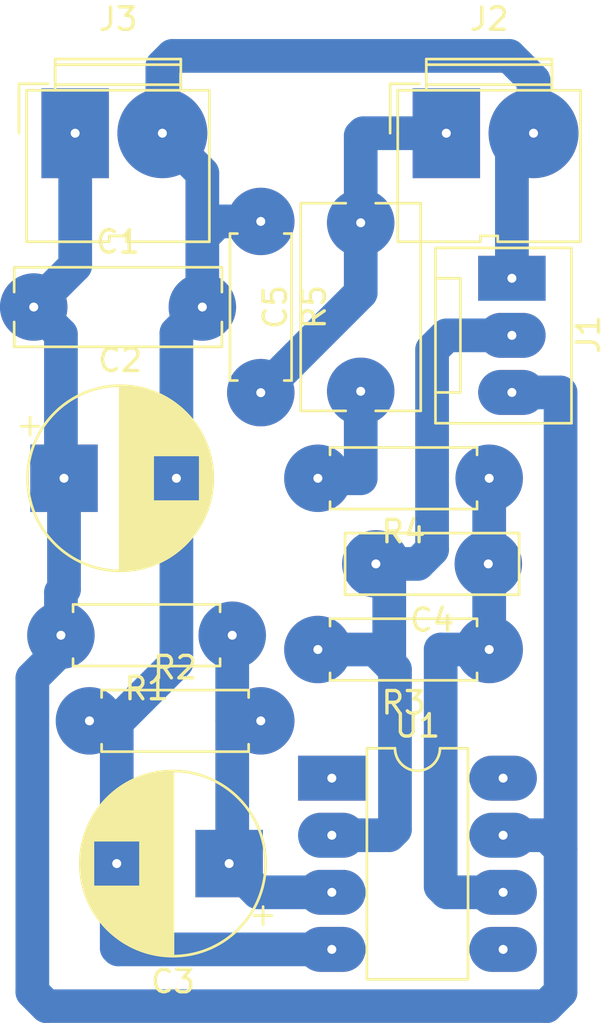
<source format=kicad_pcb>
(kicad_pcb (version 20211014) (generator pcbnew)
  (layers (0 "F.Cu" signal) (31 "B.Cu" signal) (34 "B.Paste" user) (35 "F.Paste" user) (36 "B.SilkS" user "B.Silkscreen") (37 "F.SilkS" user "F.Silkscreen") (38 "B.Mask" user) (39 "F.Mask" user) (44 "Edge.Cuts" user))
  (net 0 "")
  (net 1 "+9V")
  (net 2 "GND")
  (net 3 "Net-(C3-Pad1)")
  (net 4 "Net-(C4-Pad1)")
  (net 5 "Net-(C4-Pad2)")
  (net 6 "Net-(C5-Pad1)")
  (net 7 "Net-(C5-Pad2)")
  (footprint "Resistor_THT:R_Axial_DIN0207_L6.3mm_D2.5mm_P7.62mm_Horizontal" (layer "F.Cu") (at 216.535 68.58 180)
    (fp_text reference "R3" (at 3.81 -2.37) (layer "F.SilkS"))
    (fp_text value "47k")
    (fp_line (start 0.54 -1.37) (end 7.08 -1.37) (layer "F.SilkS") (width 0.12))
    (fp_line (start 0.54 1.37) (end 7.08 1.37) (layer "F.SilkS") (width 0.12))
    (fp_line (start 7.08 1.37) (end 7.08 1.04) (layer "F.SilkS") (width 0.12))
    (fp_line (start 0.54 1.04) (end 0.54 1.37) (layer "F.SilkS") (width 0.12))
    (fp_line (start 7.08 -1.37) (end 7.08 -1.04) (layer "F.SilkS") (width 0.12))
    (fp_line (start 0.54 -1.04) (end 0.54 -1.37) (layer "F.SilkS") (width 0.12))
    (pad "1" thru_hole circle (at 0 0 180) (size 3 3) (drill 0.4) (layers *.Cu *.Mask) (net 4 "Net-(C4-Pad1)"))
    (pad "2" thru_hole circle (at 7.62 0 180) (size 3 3) (drill 0.4) (layers *.Cu *.Mask) (net 5 "Net-(C4-Pad2)"))
  )
  (footprint "Package_DIP:DIP-8_W7.62mm_LongPads" (layer "F.Cu") (at 209.535 74.305)
    (fp_text reference "U1" (at 3.81 -2.33) (layer "F.SilkS"))
    (fp_text value "TL071")
    (fp_line (start 1.56 -1.33) (end 1.56 8.95) (layer "F.SilkS") (width 0.12))
    (fp_line (start 2.81 -1.33) (end 1.56 -1.33) (layer "F.SilkS") (width 0.12))
    (fp_line (start 6.06 8.95) (end 6.06 -1.33) (layer "F.SilkS") (width 0.12))
    (fp_line (start 6.06 -1.33) (end 4.81 -1.33) (layer "F.SilkS") (width 0.12))
    (fp_line (start 1.56 8.95) (end 6.06 8.95) (layer "F.SilkS") (width 0.12))
    (fp_arc (start 4.81 -1.33) (mid 3.81 -0.33) (end 2.81 -1.33) (layer "F.SilkS") (width 0.12))
    (pad "1" thru_hole rect (at 0 0) (size 3 2) (drill 0.4) (layers *.Cu *.Mask))
    (pad "2" thru_hole oval (at 0 2.54) (size 3 2) (drill 0.4) (layers *.Cu *.Mask) (net 5 "Net-(C4-Pad2)"))
    (pad "3" thru_hole oval (at 0 5.08) (size 3 2) (drill 0.4) (layers *.Cu *.Mask) (net 3 "Net-(C3-Pad1)"))
    (pad "4" thru_hole oval (at 0 7.62) (size 3 2) (drill 0.4) (layers *.Cu *.Mask) (net 2 "GND"))
    (pad "5" thru_hole oval (at 7.62 7.62) (size 3 2) (drill 0.4) (layers *.Cu *.Mask))
    (pad "6" thru_hole oval (at 7.62 5.08) (size 3 2) (drill 0.4) (layers *.Cu *.Mask) (net 4 "Net-(C4-Pad1)"))
    (pad "7" thru_hole oval (at 7.62 2.54) (size 3 2) (drill 0.4) (layers *.Cu *.Mask) (net 1 "+9V"))
    (pad "8" thru_hole oval (at 7.62 0) (size 3 2) (drill 0.4) (layers *.Cu *.Mask))
  )
  (footprint "Resistor_THT:R_Axial_DIN0207_L6.3mm_D2.5mm_P7.62mm_Horizontal" (layer "F.Cu") (at 216.535 60.96 180)
    (fp_text reference "R4" (at 3.81 -2.37) (layer "F.SilkS"))
    (fp_text value "49R")
    (fp_line (start 0.54 1.37) (end 7.08 1.37) (layer "F.SilkS") (width 0.12))
    (fp_line (start 7.08 -1.37) (end 7.08 -1.04) (layer "F.SilkS") (width 0.12))
    (fp_line (start 0.54 1.04) (end 0.54 1.37) (layer "F.SilkS") (width 0.12))
    (fp_line (start 7.08 1.37) (end 7.08 1.04) (layer "F.SilkS") (width 0.12))
    (fp_line (start 0.54 -1.37) (end 7.08 -1.37) (layer "F.SilkS") (width 0.12))
    (fp_line (start 0.54 -1.04) (end 0.54 -1.37) (layer "F.SilkS") (width 0.12))
    (pad "1" thru_hole circle (at 0 0 180) (size 3 3) (drill 0.4) (layers *.Cu *.Mask) (net 4 "Net-(C4-Pad1)"))
    (pad "2" thru_hole circle (at 7.62 0 180) (size 3 3) (drill 0.4) (layers *.Cu *.Mask) (net 6 "Net-(C5-Pad1)"))
  )
  (footprint "Connector:JWT_A3963_1x02_P3.96mm_Vertical" (layer "F.Cu") (at 198.1175 45.605)
    (fp_text reference "J3" (at 1.91 -5.08) (layer "F.SilkS"))
    (fp_text value "alim")
    (fp_line (start -1.2 -2.2) (end -2.5 -2.2) (layer "F.SilkS") (width 0.12))
    (fp_line (start 1.52 4.83) (end -2.16 4.83) (layer "F.SilkS") (width 0.12))
    (fp_line (start -0.89 -3.3) (end 4.7 -3.3) (layer "F.SilkS") (width 0.12))
    (fp_line (start 2.29 4.83) (end 5.97 4.83) (layer "F.SilkS") (width 0.12))
    (fp_line (start -2.16 -1.91) (end 5.97 -1.91) (layer "F.SilkS") (width 0.12))
    (fp_line (start -0.89 -1.91) (end -0.89 -3.3) (layer "F.SilkS") (width 0.12))
    (fp_line (start -2.16 0) (end -2.16 4.83) (layer "F.SilkS") (width 0.12))
    (fp_line (start -0.89 -3.05) (end 4.7 -3.05) (layer "F.SilkS") (width 0.12))
    (fp_line (start 1.52 4.83) (end 1.52 4.57) (layer "F.SilkS") (width 0.12))
    (fp_line (start -2.5 -2.2) (end -2.5 0) (layer "F.SilkS") (width 0.12))
    (fp_line (start 2.29 4.57) (end 2.29 4.83) (layer "F.SilkS") (width 0.12))
    (fp_line (start 5.97 -1.91) (end 5.97 0) (layer "F.SilkS") (width 0.12))
    (fp_line (start -0.89 -2.16) (end 4.7 -2.16) (layer "F.SilkS") (width 0.12))
    (fp_line (start 4.7 -1.91) (end 4.7 -3.3) (layer "F.SilkS") (width 0.12))
    (fp_line (start 5.97 4.83) (end 5.97 0) (layer "F.SilkS") (width 0.12))
    (fp_line (start 1.52 4.57) (end 2.29 4.57) (layer "F.SilkS") (width 0.12))
    (fp_line (start -2.16 -1.91) (end -2.16 0) (layer "F.SilkS") (width 0.12))
    (pad "1" thru_hole rect (at 0 0) (size 3 4) (drill 0.4) (layers *.Cu *.Mask) (net 1 "+9V"))
    (pad "2" thru_hole circle (at 3.88 0) (size 4 4) (drill 0.4) (layers *.Cu *.Mask) (net 2 "GND"))
  )
  (footprint "Capacitor_THT:CP_Radial_D8.0mm_P5.00mm" (layer "F.Cu") (at 197.622349 60.96)
    (fp_text reference "C2" (at 2.5 -5.25) (layer "F.SilkS"))
    (fp_text value "3.3-10uF")
    (fp_line (start 3.02 -4.048) (end 3.02 4.048) (layer "F.SilkS") (width 0.12))
    (fp_line (start 4.821 1.04) (end 4.821 3.365) (layer "F.SilkS") (width 0.12))
    (fp_line (start 5.941 -2.228) (end 5.941 -1.04) (layer "F.SilkS") (width 0.12))
    (fp_line (start 4.581 -3.517) (end 4.581 -1.04) (layer "F.SilkS") (width 0.12))
    (fp_line (start 4.701 1.04) (end 4.701 3.444) (layer "F.SilkS") (width 0.12))
    (fp_line (start 4.101 -3.757) (end 4.101 -1.04) (layer "F.SilkS") (width 0.12))
    (fp_line (start 5.381 1.04) (end 5.381 2.907) (layer "F.SilkS") (width 0.12))
    (fp_line (start 3.1 -4.037) (end 3.1 4.037) (layer "F.SilkS") (width 0.12))
    (fp_line (start 6.541 -0.768) (end 6.541 0.768) (layer "F.SilkS") (width 0.12))
    (fp_line (start 4.621 1.04) (end 4.621 3.493) (layer "F.SilkS") (width 0.12))
    (fp_line (start 5.021 1.04) (end 5.021 3.22) (layer "F.SilkS") (width 0.12))
    (fp_line (start 5.621 -2.651) (end 5.621 -1.04) (layer "F.SilkS") (width 0.12))
    (fp_line (start 5.181 1.04) (end 5.181 3.09) (layer "F.SilkS") (width 0.12))
    (fp_line (start 5.261 -3.019) (end 5.261 -1.04) (layer "F.SilkS") (width 0.12))
    (fp_line (start 4.141 1.04) (end 4.141 3.74) (layer "F.SilkS") (width 0.12))
    (fp_line (start 5.541 -2.741) (end 5.541 -1.04) (layer "F.SilkS") (width 0.12))
    (fp_line (start 4.221 1.04) (end 4.221 3.704) (layer "F.SilkS") (width 0.12))
    (fp_line (start 5.261 1.04) (end 5.261 3.019) (layer "F.SilkS") (width 0.12))
    (fp_line (start 4.061 1.04) (end 4.061 3.774) (layer "F.SilkS") (width 0.12))
    (fp_line (start 4.461 1.04) (end 4.461 3.584) (layer "F.SilkS") (width 0.12))
    (fp_line (start 4.981 -3.25) (end 4.981 -1.04) (layer "F.SilkS") (width 0.12))
    (fp_line (start 6.061 -2.034) (end 6.061 2.034) (layer "F.SilkS") (width 0.12))
    (fp_line (start 4.861 -3.338) (end 4.861 -1.04) (layer "F.SilkS") (width 0.12))
    (fp_line (start 6.181 -1.813) (end 6.181 1.813) (layer "F.SilkS") (width 0.12))
    (fp_line (start 4.781 -3.392) (end 4.781 -1.04) (layer "F.SilkS") (width 0.12))
    (fp_line (start 3.221 -4.017) (end 3.221 4.017) (layer "F.SilkS") (width 0.12))
    (fp_line (start 4.661 1.04) (end 4.661 3.469) (layer "F.SilkS") (width 0.12))
    (fp_line (start 4.141 -3.74) (end 4.141 -1.04) (layer "F.SilkS") (width 0.12))
    (fp_line (start 3.501 -3.957) (end 3.501 3.957) (layer "F.SilkS") (width 0.12))
    (fp_line (start 2.62 -4.079) (end 2.62 4.079) (layer "F.SilkS") (width 0.12))
    (fp_line (start 4.101 1.04) (end 4.101 3.757) (layer "F.SilkS") (width 0.12))
    (fp_line (start 5.541 1.04) (end 5.541 2.741) (layer "F.SilkS") (width 0.12))
    (fp_line (start 3.981 1.04) (end 3.981 3.805) (layer "F.SilkS") (width 0.12))
    (fp_line (start 4.781 1.04) (end 4.781 3.392) (layer "F.SilkS") (width 0.12))
    (fp_line (start 5.581 1.04) (end 5.581 2.697) (layer "F.SilkS") (width 0.12))
    (fp_line (start 2.9 -4.061) (end 2.9 4.061) (layer "F.SilkS") (width 0.12))
    (fp_line (start 3.381 -3.985) (end 3.381 3.985) (layer "F.SilkS") (width 0.12))
    (fp_line (start 6.581 -0.533) (end 6.581 0.533) (layer "F.SilkS") (width 0.12))
    (fp_line (start 3.301 -4.002) (end 3.301 4.002) (layer "F.SilkS") (width 0.12))
    (fp_line (start 5.341 1.04) (end 5.341 2.945) (layer "F.SilkS") (width 0.12))
    (fp_line (start 4.541 1.04) (end 4.541 3.54) (layer "F.SilkS") (width 0.12))
    (fp_line (start 4.701 -3.444) (end 4.701 -1.04) (layer "F.SilkS") (width 0.12))
    (fp_line (start 5.821 -2.4) (end 5.821 -1.04) (layer "F.SilkS") (width 0.12))
    (fp_line (start 4.181 1.04) (end 4.181 3.722) (layer "F.SilkS") (width 0.12))
    (fp_line (start 5.221 1.04) (end 5.221 3.055) (layer "F.SilkS") (width 0.12))
    (fp_line (start 4.901 -3.309) (end 4.901 -1.04) (layer "F.SilkS") (width 0.12))
    (fp_line (start 4.181 -3.722) (end 4.181 -1.04) (layer "F.SilkS") (width 0.12))
    (fp_line (start 5.821 1.04) (end 5.821 2.4) (layer "F.SilkS") (width 0.12))
    (fp_line (start 2.86 -4.065) (end 2.86 4.065) (layer "F.SilkS") (width 0.12))
    (fp_line (start 4.301 1.04) (end 4.301 3.666) (layer "F.SilkS") (width 0.12))
    (fp_line (start 4.261 1.04) (end 4.261 3.686) (layer "F.SilkS") (width 0.12))
    (fp_line (start 3.861 -3.85) (end 3.861 3.85) (layer "F.SilkS") (width 0.12))
    (fp_line (start 5.861 -2.345) (end 5.861 -1.04) (layer "F.SilkS") (width 0.12))
    (fp_line (start 3.261 -4.01) (end 3.261 4.01) (layer "F.SilkS") (width 0.12))
    (fp_line (start 3.461 -3.967) (end 3.461 3.967) (layer "F.SilkS") (width 0.12))
    (fp_line (start 5.741 1.04) (end 5.741 2.505) (layer "F.SilkS") (width 0.12))
    (fp_line (start 5.461 1.04) (end 5.461 2.826) (layer "F.SilkS") (width 0.12))
    (fp_line (start 6.341 -1.453) (end 6.341 1.453) (layer "F.SilkS") (width 0.12))
    (fp_line (start 6.301 -1.552) (end 6.301 1.552) (layer "F.SilkS") (width 0.12))
    (fp_line (start 5.461 -2.826) (end 5.461 -1.04) (layer "F.SilkS") (width 0.12))
    (fp_line (start 3.901 -3.835) (end 3.901 3.835) (layer "F.SilkS") (width 0.12))
    (fp_line (start 3.541 -3.947) (end 3.541 3.947) (layer "F.SilkS") (width 0.12))
    (fp_line (start 5.501 -2.784) (end 5.501 -1.04) (layer "F.SilkS") (width 0.12))
    (fp_line (start 5.781 1.04) (end 5.781 2.454) (layer "F.SilkS") (width 0.12))
    (fp_line (start 3.581 -3.936) (end 3.581 3.936) (layer "F.SilkS") (width 0.12))
    (fp_line (start 2.54 -4.08) (end 2.54 4.08) (layer "F.SilkS") (width 0.12))
    (fp_line (start 5.901 1.04) (end 5.901 2.287) (layer "F.SilkS") (width 0.12))
    (fp_line (start 3.421 -3.976) (end 3.421 3.976) (layer "F.SilkS") (width 0.12))
    (fp_line (start 4.421 -3.606) (end 4.421 -1.04) (layer "F.SilkS") (width 0.12))
    (fp_line (start 5.301 1.04) (end 5.301 2.983) (layer "F.SilkS") (width 0.12))
    (fp_line (start 3.06 -4.042) (end 3.06 4.042) (layer "F.SilkS") (width 0.12))
    (fp_line (start 4.941 -3.28) (end 4.941 -1.04) (layer "F.SilkS") (width 0.12))
    (fp_line (start 5.981 -2.166) (end 5.981 -1.04) (layer "F.SilkS") (width 0.12))
    (fp_line (start 3.621 -3.925) (end 3.621 3.925) (layer "F.SilkS") (width 0.12))
    (fp_line (start 3.981 -3.805) (end 3.981 -1.04) (layer "F.SilkS") (width 0.12))
    (fp_line (start 6.101 -1.964) (end 6.101 1.964) (layer "F.SilkS") (width 0.12))
    (fp_line (start 4.941 1.04) (end 4.941 3.28) (layer "F.SilkS") (width 0.12))
    (fp_line (start 5.741 -2.505) (end 5.741 -1.04) (layer "F.SilkS") (width 0.12))
    (fp_line (start -1.909698 -2.315) (end -1.109698 -2.315) (layer "F.SilkS") (width 0.12))
    (fp_line (start 5.221 -3.055) (end 5.221 -1.04) (layer "F.SilkS") (width 0.12))
    (fp_line (start 3.741 -3.889) (end 3.741 3.889) (layer "F.SilkS") (width 0.12))
    (fp_line (start 4.821 -3.365) (end 4.821 -1.04) (layer "F.SilkS") (width 0.12))
    (fp_line (start 5.501 1.04) (end 5.501 2.784) (layer "F.SilkS") (width 0.12))
    (fp_line (start 4.501 -3.562) (end 4.501 -1.04) (layer "F.SilkS") (width 0.12))
    (fp_line (start 5.341 -2.945) (end 5.341 -1.04) (layer "F.SilkS") (width 0.12))
    (fp_line (start 5.101 -3.156) (end 5.101 -1.04) (layer "F.SilkS") (width 0.12))
    (fp_line (start 3.18 -4.024) (end 3.18 4.024) (layer "F.SilkS") (width 0.12))
    (fp_line (start 2.94 -4.057) (end 2.94 4.057) (layer "F.SilkS") (width 0.12))
    (fp_line (start 6.141 -1.89) (end 6.141 1.89) (layer "F.SilkS") (width 0.12))
    (fp_line (start 3.701 -3.902) (end 3.701 3.902) (layer "F.SilkS") (width 0.12))
    (fp_line (start 2.7 -4.076) (end 2.7 4.076) (layer "F.SilkS") (width 0.12))
    (fp_line (start 4.741 -3.418) (end 4.741 -1.04) (layer "F.SilkS") (width 0.12))
    (fp_line (start 2.58 -4.08) (end 2.58 4.08) (layer "F.SilkS") (width 0.12))
    (fp_line (start 4.621 -3.493) (end 4.621 -1.04) (layer "F.SilkS") (width 0.12))
    (fp_line (start 5.141 -3.124) (end 5.141 -1.04) (layer "F.SilkS") (width 0.12))
    (fp_line (start 3.661 -3.914) (end 3.661 3.914) (layer "F.SilkS") (width 0.12))
    (fp_line (start 5.101 1.04) (end 5.101 3.156) (layer "F.SilkS") (width 0.12))
    (fp_line (start 5.581 -2.697) (end 5.581 -1.04) (layer "F.SilkS") (width 0.12))
    (fp_line (start 5.141 1.04) (end 5.141 3.124) (layer "F.SilkS") (width 0.12))
    (fp_line (start 4.021 1.04) (end 4.021 3.79) (layer "F.SilkS") (width 0.12))
    (fp_line (start 6.461 -1.098) (end 6.461 1.098) (layer "F.SilkS") (width 0.12))
    (fp_line (start 4.341 -3.647) (end 4.341 -1.04) (layer "F.SilkS") (width 0.12))
    (fp_line (start 4.661 -3.469) (end 4.661 -1.04) (layer "F.SilkS") (width 0.12))
    (fp_line (start 4.381 1.04) (end 4.381 3.627) (layer "F.SilkS") (width 0.12))
    (fp_line (start 5.301 -2.983) (end 5.301 -1.04) (layer "F.SilkS") (width 0.12))
    (fp_line (start 4.021 -3.79) (end 4.021 -1.04) (layer "F.SilkS") (width 0.12))
    (fp_line (start 5.421 -2.867) (end 5.421 -1.04) (layer "F.SilkS") (width 0.12))
    (fp_line (start 6.021 -2.102) (end 6.021 -1.04) (layer "F.SilkS") (width 0.12))
    (fp_line (start 4.981 1.04) (end 4.981 3.25) (layer "F.SilkS") (width 0.12))
    (fp_line (start 5.861 1.04) (end 5.861 2.345) (layer "F.SilkS") (width 0.12))
    (fp_line (start 6.021 1.04) (end 6.021 2.102) (layer "F.SilkS") (width 0.12))
    (fp_line (start 5.181 -3.09) (end 5.181 -1.04) (layer "F.SilkS") (width 0.12))
    (fp_line (start 5.661 -2.604) (end 5.661 -1.04) (layer "F.SilkS") (width 0.12))
    (fp_line (start 4.581 1.04) (end 4.581 3.517) (layer "F.SilkS") (width 0.12))
    (fp_line (start 4.461 -3.584) (end 4.461 -1.04) (layer "F.SilkS") (width 0.12))
    (fp_line (start 2.66 -4.077) (end 2.66 4.077) (layer "F.SilkS") (width 0.12))
    (fp_line (start -1.509698 -2.715) (end -1.509698 -1.915) (layer "F.SilkS") (width 0.12))
    (fp_line (start 4.421 1.04) (end 4.421 3.606) (layer "F.SilkS") (width 0.12))
    (fp_line (start 5.901 -2.287) (end 5.901 -1.04) (layer "F.SilkS") (width 0.12))
    (fp_line (start 4.901 1.04) (end 4.901 3.309) (layer "F.SilkS") (width 0.12))
    (fp_line (start 2.78 -4.071) (end 2.78 4.071) (layer "F.SilkS") (width 0.12))
    (fp_line (start 3.781 -3.877) (end 3.781 3.877) (layer "F.SilkS") (width 0.12))
    (fp_line (start 5.621 1.04) (end 5.621 2.651) (layer "F.SilkS") (width 0.12))
    (fp_line (start 4.501 1.04) (end 4.501 3.562) (layer "F.SilkS") (width 0.12))
    (fp_line (start 2.98 -4.052) (end 2.98 4.052) (layer "F.SilkS") (width 0.12))
    (fp_line (start 6.421 -1.229) (end 6.421 1.229) (layer "F.SilkS") (width 0.12))
    (fp_line (start 5.701 -2.556) (end 5.701 -1.04) (layer "F.SilkS") (width 0.12))
    (fp_line (start 4.861 1.04) (end 4.861 3.338) (layer "F.SilkS") (width 0.12))
    (fp_line (start 4.261 -3.686) (end 4.261 -1.04) (layer "F.SilkS") (width 0.12))
    (fp_line (start 6.501 -0.948) (end 6.501 0.948) (layer "F.SilkS") (width 0.12))
    (fp_line (start 4.221 -3.704) (end 4.221 -1.04) (layer "F.SilkS") (width 0.12))
    (fp_line (start 3.821 -3.863) (end 3.821 3.863) (layer "F.SilkS") (width 0.12))
    (fp_line (start 4.381 -3.627) (end 4.381 -1.04) (layer "F.SilkS") (width 0.12))
    (fp_line (start 5.061 -3.189) (end 5.061 -1.04) (layer "F.SilkS") (width 0.12))
    (fp_line (start 2.5 -4.08) (end 2.5 4.08) (layer "F.SilkS") (width 0.12))
    (fp_line (start 5.661 1.04) (end 5.661 2.604) (layer "F.SilkS") (width 0.12))
    (fp_line (start 4.341 1.04) (end 4.341 3.647) (layer "F.SilkS") (width 0.12))
    (fp_line (start 5.381 -2.907) (end 5.381 -1.04) (layer "F.SilkS") (width 0.12))
    (fp_line (start 3.941 -3.821) (end 3.941 3.821) (layer "F.SilkS") (width 0.12))
    (fp_line (start 4.541 -3.54) (end 4.541 -1.04) (layer "F.SilkS") (width 0.12))
    (fp_line (start 6.381 -1.346) (end 6.381 1.346) (layer "F.SilkS") (width 0.12))
    (fp_line (start 2.74 -4.074) (end 2.74 4.074) (layer "F.SilkS") (width 0.12))
    (fp_line (start 6.261 -1.645) (end 6.261 1.645) (layer "F.SilkS") (width 0.12))
    (fp_line (start 4.061 -3.774) (end 4.061 -1.04) (layer "F.SilkS") (width 0.12))
    (fp_line (start 5.421 1.04) (end 5.421 2.867) (layer "F.SilkS") (width 0.12))
    (fp_line (start 4.301 -3.666) (end 4.301 -1.04) (layer "F.SilkS") (width 0.12))
    (fp_line (start 4.741 1.04) (end 4.741 3.418) (layer "F.SilkS") (width 0.12))
    (fp_line (start 5.021 -3.22) (end 5.021 -1.04) (layer "F.SilkS") (width 0.12))
    (fp_line (start 6.221 -1.731) (end 6.221 1.731) (layer "F.SilkS") (width 0.12))
    (fp_line (start 3.14 -4.03) (end 3.14 4.03) (layer "F.SilkS") (width 0.12))
    (fp_line (start 5.701 1.04) (end 5.701 2.556) (layer "F.SilkS") (width 0.12))
    (fp_line (start 2.82 -4.068) (end 2.82 4.068) (layer "F.SilkS") (width 0.12))
    (fp_line (start 3.341 -3.994) (end 3.341 3.994) (layer "F.SilkS") (width 0.12))
    (fp_line (start 5.061 1.04) (end 5.061 3.189) (layer "F.SilkS") (width 0.12))
    (fp_line (start 5.941 1.04) (end 5.941 2.228) (layer "F.SilkS") (width 0.12))
    (fp_line (start 5.981 1.04) (end 5.981 2.166) (layer "F.SilkS") (width 0.12))
    (fp_line (start 5.781 -2.454) (end 5.781 -1.04) (layer "F.SilkS") (width 0.12))
    (fp_circle (center 2.5 0) (end 6.62 0) (layer "F.SilkS") (width 0.12) (fill none))
    (pad "1" thru_hole rect (at 0 0) (size 3 3) (drill 0.4) (layers *.Cu *.Mask) (net 1 "+9V"))
    (pad "2" thru_hole circle (at 5 0) (size 3 3) (drill 0.4) (layers *.Cu *.Mask) (net 2 "GND"))
  )
  (footprint "Capacitor_THT:CP_Radial_D8.0mm_P5.00mm" (layer "F.Cu") (at 204.967651 78.105 180)
    (fp_text reference "C3" (at 2.5 -5.25) (layer "F.SilkS"))
    (fp_text value "3.3-10uF")
    (fp_line (start 5.101 -3.156) (end 5.101 -1.04) (layer "F.SilkS") (width 0.12))
    (fp_line (start 5.221 1.04) (end 5.221 3.055) (layer "F.SilkS") (width 0.12))
    (fp_line (start 4.741 1.04) (end 4.741 3.418) (layer "F.SilkS") (width 0.12))
    (fp_line (start 5.341 1.04) (end 5.341 2.945) (layer "F.SilkS") (width 0.12))
    (fp_line (start 5.741 1.04) (end 5.741 2.505) (layer "F.SilkS") (width 0.12))
    (fp_line (start 4.701 1.04) (end 4.701 3.444) (layer "F.SilkS") (width 0.12))
    (fp_line (start 3.821 -3.863) (end 3.821 3.863) (layer "F.SilkS") (width 0.12))
    (fp_line (start 5.261 -3.019) (end 5.261 -1.04) (layer "F.SilkS") (width 0.12))
    (fp_line (start 2.94 -4.057) (end 2.94 4.057) (layer "F.SilkS") (width 0.12))
    (fp_line (start 4.221 -3.704) (end 4.221 -1.04) (layer "F.SilkS") (width 0.12))
    (fp_line (start 3.661 -3.914) (end 3.661 3.914) (layer "F.SilkS") (width 0.12))
    (fp_line (start 2.5 -4.08) (end 2.5 4.08) (layer "F.SilkS") (width 0.12))
    (fp_line (start 4.581 1.04) (end 4.581 3.517) (layer "F.SilkS") (width 0.12))
    (fp_line (start 5.981 1.04) (end 5.981 2.166) (layer "F.SilkS") (width 0.12))
    (fp_line (start 5.221 -3.055) (end 5.221 -1.04) (layer "F.SilkS") (width 0.12))
    (fp_line (start 5.541 1.04) (end 5.541 2.741) (layer "F.SilkS") (width 0.12))
    (fp_line (start 5.981 -2.166) (end 5.981 -1.04) (layer "F.SilkS") (width 0.12))
    (fp_line (start 2.54 -4.08) (end 2.54 4.08) (layer "F.SilkS") (width 0.12))
    (fp_line (start 6.421 -1.229) (end 6.421 1.229) (layer "F.SilkS") (width 0.12))
    (fp_line (start 4.781 -3.392) (end 4.781 -1.04) (layer "F.SilkS") (width 0.12))
    (fp_line (start 4.021 1.04) (end 4.021 3.79) (layer "F.SilkS") (width 0.12))
    (fp_line (start 4.061 1.04) (end 4.061 3.774) (layer "F.SilkS") (width 0.12))
    (fp_line (start 4.501 -3.562) (end 4.501 -1.04) (layer "F.SilkS") (width 0.12))
    (fp_line (start 6.501 -0.948) (end 6.501 0.948) (layer "F.SilkS") (width 0.12))
    (fp_line (start 3.581 -3.936) (end 3.581 3.936) (layer "F.SilkS") (width 0.12))
    (fp_line (start 3.541 -3.947) (end 3.541 3.947) (layer "F.SilkS") (width 0.12))
    (fp_line (start 2.62 -4.079) (end 2.62 4.079) (layer "F.SilkS") (width 0.12))
    (fp_line (start 2.9 -4.061) (end 2.9 4.061) (layer "F.SilkS") (width 0.12))
    (fp_line (start 4.141 -3.74) (end 4.141 -1.04) (layer "F.SilkS") (width 0.12))
    (fp_line (start 4.061 -3.774) (end 4.061 -1.04) (layer "F.SilkS") (width 0.12))
    (fp_line (start 4.461 -3.584) (end 4.461 -1.04) (layer "F.SilkS") (width 0.12))
    (fp_line (start 5.861 1.04) (end 5.861 2.345) (layer "F.SilkS") (width 0.12))
    (fp_line (start 5.941 -2.228) (end 5.941 -1.04) (layer "F.SilkS") (width 0.12))
    (fp_line (start 4.181 1.04) (end 4.181 3.722) (layer "F.SilkS") (width 0.12))
    (fp_line (start 4.341 1.04) (end 4.341 3.647) (layer "F.SilkS") (width 0.12))
    (fp_line (start 3.501 -3.957) (end 3.501 3.957) (layer "F.SilkS") (width 0.12))
    (fp_line (start 5.061 1.04) (end 5.061 3.189) (layer "F.SilkS") (width 0.12))
    (fp_line (start 5.141 -3.124) (end 5.141 -1.04) (layer "F.SilkS") (width 0.12))
    (fp_line (start 4.821 1.04) (end 4.821 3.365) (layer "F.SilkS") (width 0.12))
    (fp_line (start 2.74 -4.074) (end 2.74 4.074) (layer "F.SilkS") (width 0.12))
    (fp_line (start 5.701 1.04) (end 5.701 2.556) (layer "F.SilkS") (width 0.12))
    (fp_line (start 4.421 1.04) (end 4.421 3.606) (layer "F.SilkS") (width 0.12))
    (fp_line (start 4.701 -3.444) (end 4.701 -1.04) (layer "F.SilkS") (width 0.12))
    (fp_line (start 5.741 -2.505) (end 5.741 -1.04) (layer "F.SilkS") (width 0.12))
    (fp_line (start 4.821 -3.365) (end 4.821 -1.04) (layer "F.SilkS") (width 0.12))
    (fp_line (start 3.781 -3.877) (end 3.781 3.877) (layer "F.SilkS") (width 0.12))
    (fp_line (start 2.7 -4.076) (end 2.7 4.076) (layer "F.SilkS") (width 0.12))
    (fp_line (start 2.86 -4.065) (end 2.86 4.065) (layer "F.SilkS") (width 0.12))
    (fp_line (start 6.101 -1.964) (end 6.101 1.964) (layer "F.SilkS") (width 0.12))
    (fp_line (start 5.461 -2.826) (end 5.461 -1.04) (layer "F.SilkS") (width 0.12))
    (fp_line (start 4.941 -3.28) (end 4.941 -1.04) (layer "F.SilkS") (width 0.12))
    (fp_line (start 6.261 -1.645) (end 6.261 1.645) (layer "F.SilkS") (width 0.12))
    (fp_line (start 4.941 1.04) (end 4.941 3.28) (layer "F.SilkS") (width 0.12))
    (fp_line (start 3.901 -3.835) (end 3.901 3.835) (layer "F.SilkS") (width 0.12))
    (fp_line (start 5.701 -2.556) (end 5.701 -1.04) (layer "F.SilkS") (width 0.12))
    (fp_line (start 2.78 -4.071) (end 2.78 4.071) (layer "F.SilkS") (width 0.12))
    (fp_line (start 6.021 -2.102) (end 6.021 -1.04) (layer "F.SilkS") (width 0.12))
    (fp_line (start -1.509698 -2.715) (end -1.509698 -1.915) (layer "F.SilkS") (width 0.12))
    (fp_line (start 2.82 -4.068) (end 2.82 4.068) (layer "F.SilkS") (width 0.12))
    (fp_line (start 5.861 -2.345) (end 5.861 -1.04) (layer "F.SilkS") (width 0.12))
    (fp_line (start 5.301 1.04) (end 5.301 2.983) (layer "F.SilkS") (width 0.12))
    (fp_line (start 4.541 1.04) (end 4.541 3.54) (layer "F.SilkS") (width 0.12))
    (fp_line (start 3.981 -3.805) (end 3.981 -1.04) (layer "F.SilkS") (width 0.12))
    (fp_line (start 3.381 -3.985) (end 3.381 3.985) (layer "F.SilkS") (width 0.12))
    (fp_line (start 5.461 1.04) (end 5.461 2.826) (layer "F.SilkS") (width 0.12))
    (fp_line (start 5.381 1.04) (end 5.381 2.907) (layer "F.SilkS") (width 0.12))
    (fp_line (start 4.661 1.04) (end 4.661 3.469) (layer "F.SilkS") (width 0.12))
    (fp_line (start 4.861 -3.338) (end 4.861 -1.04) (layer "F.SilkS") (width 0.12))
    (fp_line (start 5.421 -2.867) (end 5.421 -1.04) (layer "F.SilkS") (width 0.12))
    (fp_line (start 4.381 -3.627) (end 4.381 -1.04) (layer "F.SilkS") (width 0.12))
    (fp_line (start 5.341 -2.945) (end 5.341 -1.04) (layer "F.SilkS") (width 0.12))
    (fp_line (start 5.061 -3.189) (end 5.061 -1.04) (layer "F.SilkS") (width 0.12))
    (fp_line (start 4.981 1.04) (end 4.981 3.25) (layer "F.SilkS") (width 0.12))
    (fp_line (start 3.861 -3.85) (end 3.861 3.85) (layer "F.SilkS") (width 0.12))
    (fp_line (start 5.261 1.04) (end 5.261 3.019) (layer "F.SilkS") (width 0.12))
    (fp_line (start 4.261 1.04) (end 4.261 3.686) (layer "F.SilkS") (width 0.12))
    (fp_line (start 2.66 -4.077) (end 2.66 4.077) (layer "F.SilkS") (width 0.12))
    (fp_line (start 4.741 -3.418) (end 4.741 -1.04) (layer "F.SilkS") (width 0.12))
    (fp_line (start 4.981 -3.25) (end 4.981 -1.04) (layer "F.SilkS") (width 0.12))
    (fp_line (start 3.621 -3.925) (end 3.621 3.925) (layer "F.SilkS") (width 0.12))
    (fp_line (start 3.941 -3.821) (end 3.941 3.821) (layer "F.SilkS") (width 0.12))
    (fp_line (start 4.181 -3.722) (end 4.181 -1.04) (layer "F.SilkS") (width 0.12))
    (fp_line (start 5.421 1.04) (end 5.421 2.867) (layer "F.SilkS") (width 0.12))
    (fp_line (start 4.501 1.04) (end 4.501 3.562) (layer "F.SilkS") (width 0.12))
    (fp_line (start 5.621 1.04) (end 5.621 2.651) (layer "F.SilkS") (width 0.12))
    (fp_line (start 4.341 -3.647) (end 4.341 -1.04) (layer "F.SilkS") (width 0.12))
    (fp_line (start 4.781 1.04) (end 4.781 3.392) (layer "F.SilkS") (width 0.12))
    (fp_line (start 4.541 -3.54) (end 4.541 -1.04) (layer "F.SilkS") (width 0.12))
    (fp_line (start 5.901 -2.287) (end 5.901 -1.04) (layer "F.SilkS") (width 0.12))
    (fp_line (start 5.301 -2.983) (end 5.301 -1.04) (layer "F.SilkS") (width 0.12))
    (fp_line (start 6.341 -1.453) (end 6.341 1.453) (layer "F.SilkS") (width 0.12))
    (fp_line (start 5.021 1.04) (end 5.021 3.22) (layer "F.SilkS") (width 0.12))
    (fp_line (start 3.06 -4.042) (end 3.06 4.042) (layer "F.SilkS") (width 0.12))
    (fp_line (start 3.701 -3.902) (end 3.701 3.902) (layer "F.SilkS") (width 0.12))
    (fp_line (start 4.301 -3.666) (end 4.301 -1.04) (layer "F.SilkS") (width 0.12))
    (fp_line (start 4.901 -3.309) (end 4.901 -1.04) (layer "F.SilkS") (width 0.12))
    (fp_line (start 3.741 -3.889) (end 3.741 3.889) (layer "F.SilkS") (width 0.12))
    (fp_line (start 6.461 -1.098) (end 6.461 1.098) (layer "F.SilkS") (width 0.12))
    (fp_line (start 4.021 -3.79) (end 4.021 -1.04) (layer "F.SilkS") (width 0.12))
    (fp_line (start 5.661 -2.604) (end 5.661 -1.04) (layer "F.SilkS") (width 0.12))
    (fp_line (start 5.021 -3.22) (end 5.021 -1.04) (layer "F.SilkS") (width 0.12))
    (fp_line (start 2.98 -4.052) (end 2.98 4.052) (layer "F.SilkS") (width 0.12))
    (fp_line (start 3.981 1.04) (end 3.981 3.805) (layer "F.SilkS") (width 0.12))
    (fp_line (start 6.021 1.04) (end 6.021 2.102) (layer "F.SilkS") (width 0.12))
    (fp_line (start 5.141 1.04) (end 5.141 3.124) (layer "F.SilkS") (width 0.12))
    (fp_line (start 4.261 -3.686) (end 4.261 -1.04) (layer "F.SilkS") (width 0.12))
    (fp_line (start 3.341 -3.994) (end 3.341 3.994) (layer "F.SilkS") (width 0.12))
    (fp_line (start 6.301 -1.552) (end 6.301 1.552) (layer "F.SilkS") (width 0.12))
    (fp_line (start 4.301 1.04) (end 4.301 3.666) (layer "F.SilkS") (width 0.12))
    (fp_line (start 2.58 -4.08) (end 2.58 4.08) (layer "F.SilkS") (width 0.12))
    (fp_line (start 5.101 1.04) (end 5.101 3.156) (layer "F.SilkS") (width 0.12))
    (fp_line (start 5.621 -2.651) (end 5.621 -1.04) (layer "F.SilkS") (width 0.12))
    (fp_line (start 4.101 -3.757) (end 4.101 -1.04) (layer "F.SilkS") (width 0.12))
    (fp_line (start 3.221 -4.017) (end 3.221 4.017) (layer "F.SilkS") (width 0.12))
    (fp_line (start 5.581 -2.697) (end 5.581 -1.04) (layer "F.SilkS") (width 0.12))
    (fp_line (start 4.621 1.04) (end 4.621 3.493) (layer "F.SilkS") (width 0.12))
    (fp_line (start 6.221 -1.731) (end 6.221 1.731) (layer "F.SilkS") (width 0.12))
    (fp_line (start 3.301 -4.002) (end 3.301 4.002) (layer "F.SilkS") (width 0.12))
    (fp_line (start 5.181 -3.09) (end 5.181 -1.04) (layer "F.SilkS") (width 0.12))
    (fp_line (start 5.781 1.04) (end 5.781 2.454) (layer "F.SilkS") (width 0.12))
    (fp_line (start 4.141 1.04) (end 4.141 3.74) (layer "F.SilkS") (width 0.12))
    (fp_line (start 4.581 -3.517) (end 4.581 -1.04) (layer "F.SilkS") (width 0.12))
    (fp_line (start 5.941 1.04) (end 5.941 2.228) (layer "F.SilkS") (width 0.12))
    (fp_line (start 6.181 -1.813) (end 6.181 1.813) (layer "F.SilkS") (width 0.12))
    (fp_line (start 3.461 -3.967) (end 3.461 3.967) (layer "F.SilkS") (width 0.12))
    (fp_line (start 5.541 -2.741) (end 5.541 -1.04) (layer "F.SilkS") (width 0.12))
    (fp_line (start 6.381 -1.346) (end 6.381 1.346) (layer "F.SilkS") (width 0.12))
    (fp_line (start 5.381 -2.907) (end 5.381 -1.04) (layer "F.SilkS") (width 0.12))
    (fp_line (start 5.501 -2.784) (end 5.501 -1.04) (layer "F.SilkS") (width 0.12))
    (fp_line (start 3.18 -4.024) (end 3.18 4.024) (layer "F.SilkS") (width 0.12))
    (fp_line (start 4.661 -3.469) (end 4.661 -1.04) (layer "F.SilkS") (width 0.12))
    (fp_line (start 6.541 -0.768) (end 6.541 0.768) (layer "F.SilkS") (width 0.12))
    (fp_line (start 5.821 -2.4) (end 5.821 -1.04) (layer "F.SilkS") (width 0.12))
    (fp_line (start 5.661 1.04) (end 5.661 2.604) (layer "F.SilkS") (width 0.12))
    (fp_line (start 6.141 -1.89) (end 6.141 1.89) (layer "F.SilkS") (width 0.12))
    (fp_line (start 5.181 1.04) (end 5.181 3.09) (layer "F.SilkS") (width 0.12))
    (fp_line (start 4.381 1.04) (end 4.381 3.627) (layer "F.SilkS") (width 0.12))
    (fp_line (start 4.901 1.04) (end 4.901 3.309) (layer "F.SilkS") (width 0.12))
    (fp_line (start 3.14 -4.03) (end 3.14 4.03) (layer "F.SilkS") (width 0.12))
    (fp_line (start 3.261 -4.01) (end 3.261 4.01) (layer "F.SilkS") (width 0.12))
    (fp_line (start 5.781 -2.454) (end 5.781 -1.04) (layer "F.SilkS") (width 0.12))
    (fp_line (start 3.421 -3.976) (end 3.421 3.976) (layer "F.SilkS") (width 0.12))
    (fp_line (start 4.861 1.04) (end 4.861 3.338) (layer "F.SilkS") (width 0.12))
    (fp_line (start -1.909698 -2.315) (end -1.109698 -2.315) (layer "F.SilkS") (width 0.12))
    (fp_line (start 4.221 1.04) (end 4.221 3.704) (layer "F.SilkS") (width 0.12))
    (fp_line (start 5.501 1.04) (end 5.501 2.784) (layer "F.SilkS") (width 0.12))
    (fp_line (start 6.061 -2.034) (end 6.061 2.034) (layer "F.SilkS") (width 0.12))
    (fp_line (start 4.461 1.04) (end 4.461 3.584) (layer "F.SilkS") (width 0.12))
    (fp_line (start 5.821 1.04) (end 5.821 2.4) (layer "F.SilkS") (width 0.12))
    (fp_line (start 4.101 1.04) (end 4.101 3.757) (layer "F.SilkS") (width 0.12))
    (fp_line (start 6.581 -0.533) (end 6.581 0.533) (layer "F.SilkS") (width 0.12))
    (fp_line (start 4.621 -3.493) (end 4.621 -1.04) (layer "F.SilkS") (width 0.12))
    (fp_line (start 3.02 -4.048) (end 3.02 4.048) (layer "F.SilkS") (width 0.12))
    (fp_line (start 4.421 -3.606) (end 4.421 -1.04) (layer "F.SilkS") (width 0.12))
    (fp_line (start 5.581 1.04) (end 5.581 2.697) (layer "F.SilkS") (width 0.12))
    (fp_line (start 5.901 1.04) (end 5.901 2.287) (layer "F.SilkS") (width 0.12))
    (fp_line (start 3.1 -4.037) (end 3.1 4.037) (layer "F.SilkS") (width 0.12))
    (fp_circle (center 2.5 0) (end 6.62 0) (layer "F.SilkS") (width 0.12) (fill none))
    (pad "1" thru_hole rect (at 0 0 180) (size 3 3) (drill 0.4) (layers *.Cu *.Mask) (net 3 "Net-(C3-Pad1)"))
    (pad "2" thru_hole circle (at 5 0 180) (size 3 3) (drill 0.4) (layers *.Cu *.Mask) (net 2 "GND"))
  )
  (footprint "Connector:JWT_A3963_1x02_P3.96mm_Vertical" (layer "F.Cu") (at 214.6275 45.605)
    (fp_text reference "J2" (at 1.91 -5.08) (layer "F.SilkS"))
    (fp_text value "sortie")
    (fp_line (start 5.97 4.83) (end 5.97 0) (layer "F.SilkS") (width 0.12))
    (fp_line (start -0.89 -2.16) (end 4.7 -2.16) (layer "F.SilkS") (width 0.12))
    (fp_line (start -0.89 -3.3) (end 4.7 -3.3) (layer "F.SilkS") (width 0.12))
    (fp_line (start 1.52 4.83) (end 1.52 4.57) (layer "F.SilkS") (width 0.12))
    (fp_line (start -2.5 -2.2) (end -2.5 0) (layer "F.SilkS") (width 0.12))
    (fp_line (start -1.2 -2.2) (end -2.5 -2.2) (layer "F.SilkS") (width 0.12))
    (fp_line (start 5.97 -1.91) (end 5.97 0) (layer "F.SilkS") (width 0.12))
    (fp_line (start 2.29 4.57) (end 2.29 4.83) (layer "F.SilkS") (width 0.12))
    (fp_line (start 2.29 4.83) (end 5.97 4.83) (layer "F.SilkS") (width 0.12))
    (fp_line (start -2.16 -1.91) (end 5.97 -1.91) (layer "F.SilkS") (width 0.12))
    (fp_line (start -2.16 -1.91) (end -2.16 0) (layer "F.SilkS") (width 0.12))
    (fp_line (start 4.7 -1.91) (end 4.7 -3.3) (layer "F.SilkS") (width 0.12))
    (fp_line (start -2.16 0) (end -2.16 4.83) (layer "F.SilkS") (width 0.12))
    (fp_line (start -0.89 -1.91) (end -0.89 -3.3) (layer "F.SilkS") (width 0.12))
    (fp_line (start -0.89 -3.05) (end 4.7 -3.05) (layer "F.SilkS") (width 0.12))
    (fp_line (start 1.52 4.57) (end 2.29 4.57) (layer "F.SilkS") (width 0.12))
    (fp_line (start 1.52 4.83) (end -2.16 4.83) (layer "F.SilkS") (width 0.12))
    (pad "1" thru_hole rect (at 0 0) (size 3 4) (drill 0.4) (layers *.Cu *.Mask) (net 7 "Net-(C5-Pad2)"))
    (pad "2" thru_hole circle (at 3.88 0) (size 4 4) (drill 0.4) (layers *.Cu *.Mask) (net 2 "GND"))
  )
  (footprint "Connector:FanPinHeader_1x03_P2.54mm_Vertical" (layer "F.Cu") (at 217.545 52.06 -90)
    (fp_text reference "J1" (at 2.5 -3.4 90) (layer "F.SilkS"))
    (fp_text value "prampyx")
    (fp_line (start 0 3.3) (end 0 2.29) (layer "F.SilkS") (width 0.12))
    (fp_line (start -1.35 3.4) (end -1.35 -2.65) (layer "F.SilkS") (width 0.12))
    (fp_line (start 6.45 -2.65) (end 6.45 3.4) (layer "F.SilkS") (width 0.12))
    (fp_line (start 6.45 3.4) (end -1.35 3.4) (layer "F.SilkS") (width 0.12))
    (fp_line (start 0 2.29) (end 5.08 2.29) (layer "F.SilkS") (width 0.12))
    (fp_line (start 5.08 2.29) (end 5.08 3.3) (layer "F.SilkS") (width 0.12))
    (fp_line (start -1.35 -2.65) (end 6.45 -2.65) (layer "F.SilkS") (width 0.12))
    (pad "1" thru_hole rect (at 0 0) (size 3 2) (drill 0.4) (layers *.Cu *.Mask) (net 2 "GND"))
    (pad "2" thru_hole oval (at 2.54 0) (size 3 2) (drill 0.4) (layers *.Cu *.Mask) (net 5 "Net-(C4-Pad2)"))
    (pad "3" thru_hole oval (at 5.08 0) (size 3 2) (drill 0.4) (layers *.Cu *.Mask) (net 1 "+9V"))
  )
  (footprint "Capacitor_THT:C_Rect_L9.0mm_W3.3mm_P7.50mm_MKT" (layer "F.Cu") (at 196.275 53.34)
    (fp_text reference "C1" (at 3.75 -2.9) (layer "F.SilkS"))
    (fp_text value "0.01-0.1uF")
    (fp_line (start -0.87 -1.77) (end 8.37 -1.77) (layer "F.SilkS") (width 0.12))
    (fp_line (start -0.87 1.77) (end 8.37 1.77) (layer "F.SilkS") (width 0.12))
    (fp_line (start -0.87 -1.77) (end -0.87 -0.665) (layer "F.SilkS") (width 0.12))
    (fp_line (start 8.37 -1.77) (end 8.37 -0.665) (layer "F.SilkS") (width 0.12))
    (fp_line (start -0.87 0.665) (end -0.87 1.77) (layer "F.SilkS") (width 0.12))
    (fp_line (start 8.37 0.665) (end 8.37 1.77) (layer "F.SilkS") (width 0.12))
    (pad "1" thru_hole circle (at 0 0) (size 3 3) (drill 0.4) (layers *.Cu *.Mask) (net 1 "+9V"))
    (pad "2" thru_hole circle (at 7.5 0) (size 3 3) (drill 0.4) (layers *.Cu *.Mask) (net 2 "GND"))
  )
  (footprint "Resistor_THT:R_Axial_DIN0207_L6.3mm_D2.5mm_P7.62mm_Horizontal" (layer "F.Cu") (at 206.375 49.53 -90)
    (fp_text reference "R5" (at 3.81 -2.37 90) (layer "F.SilkS"))
    (fp_text value "100k")
    (fp_line (start 0.54 -1.04) (end 0.54 -1.37) (layer "F.SilkS") (width 0.12))
    (fp_line (start 7.08 1.37) (end 7.08 1.04) (layer "F.SilkS") (width 0.12))
    (fp_line (start 0.54 1.04) (end 0.54 1.37) (layer "F.SilkS") (width 0.12))
    (fp_line (start 7.08 -1.37) (end 7.08 -1.04) (layer "F.SilkS") (width 0.12))
    (fp_line (start 0.54 1.37) (end 7.08 1.37) (layer "F.SilkS") (width 0.12))
    (fp_line (start 0.54 -1.37) (end 7.08 -1.37) (layer "F.SilkS") (width 0.12))
    (pad "1" thru_hole circle (at 0 0 270) (size 3 3) (drill 0.4) (layers *.Cu *.Mask) (net 2 "GND"))
    (pad "2" thru_hole circle (at 7.62 0 270) (size 3 3) (drill 0.4) (layers *.Cu *.Mask) (net 7 "Net-(C5-Pad2)"))
  )
  (footprint "Resistor_THT:R_Axial_DIN0207_L6.3mm_D2.5mm_P7.62mm_Horizontal" (layer "F.Cu") (at 198.755 71.755)
    (fp_text reference "R2" (at 3.81 -2.37) (layer "F.SilkS"))
    (fp_text value "100k")
    (fp_line (start 0.54 1.37) (end 7.08 1.37) (layer "F.SilkS") (width 0.12))
    (fp_line (start 7.08 1.37) (end 7.08 1.04) (layer "F.SilkS") (width 0.12))
    (fp_line (start 0.54 -1.37) (end 7.08 -1.37) (layer "F.SilkS") (width 0.12))
    (fp_line (start 7.08 -1.37) (end 7.08 -1.04) (layer "F.SilkS") (width 0.12))
    (fp_line (start 0.54 -1.04) (end 0.54 -1.37) (layer "F.SilkS") (width 0.12))
    (fp_line (start 0.54 1.04) (end 0.54 1.37) (layer "F.SilkS") (width 0.12))
    (pad "1" thru_hole circle (at 0 0) (size 3 3) (drill 0.4) (layers *.Cu *.Mask) (net 2 "GND"))
    (pad "2" thru_hole circle (at 7.62 0) (size 3 3) (drill 0.4) (layers *.Cu *.Mask) (net 3 "Net-(C3-Pad1)"))
  )
  (footprint "Capacitor_THT:C_Disc_D7.5mm_W2.5mm_P5.00mm" (layer "F.Cu") (at 216.495 64.77 180)
    (fp_text reference "C4" (at 2.5 -2.5) (layer "F.SilkS"))
    (fp_text value "16pF")
    (fp_line (start -1.37 1.37) (end 6.37 1.37) (layer "F.SilkS") (width 0.12))
    (fp_line (start 6.37 -1.37) (end 6.37 1.37) (layer "F.SilkS") (width 0.12))
    (fp_line (start -1.37 -1.37) (end -1.37 1.37) (layer "F.SilkS") (width 0.12))
    (fp_line (start -1.37 -1.37) (end 6.37 -1.37) (layer "F.SilkS") (width 0.12))
    (pad "1" thru_hole circle (at 0 0 180) (size 3 3) (drill 0.4) (layers *.Cu *.Mask) (net 4 "Net-(C4-Pad1)"))
    (pad "2" thru_hole circle (at 5 0 180) (size 3 3) (drill 0.4) (layers *.Cu *.Mask) (net 5 "Net-(C4-Pad2)"))
  )
  (footprint "Capacitor_THT:C_Rect_L9.0mm_W5.1mm_P7.50mm_MKT" (layer "F.Cu") (at 210.82 57.09 90)
    (fp_text reference "C5" (at 3.75 -3.8 90) (layer "F.SilkS"))
    (fp_text value "C")
    (fp_line (start -0.87 2.67) (end 8.37 2.67) (layer "F.SilkS") (width 0.12))
    (fp_line (start 8.37 -2.67) (end 8.37 -0.665) (layer "F.SilkS") (width 0.12))
    (fp_line (start 8.37 0.665) (end 8.37 2.67) (layer "F.SilkS") (width 0.12))
    (fp_line (start -0.87 0.665) (end -0.87 2.67) (layer "F.SilkS") (width 0.12))
    (fp_line (start -0.87 -2.67) (end 8.37 -2.67) (layer "F.SilkS") (width 0.12))
    (fp_line (start -0.87 -2.67) (end -0.87 -0.665) (layer "F.SilkS") (width 0.12))
    (pad "1" thru_hole circle (at 0 0 90) (size 3 3) (drill 0.4) (layers *.Cu *.Mask) (net 6 "Net-(C5-Pad1)"))
    (pad "2" thru_hole circle (at 7.5 0 90) (size 3 3) (drill 0.4) (layers *.Cu *.Mask) (net 7 "Net-(C5-Pad2)"))
  )
  (footprint "Resistor_THT:R_Axial_DIN0207_L6.3mm_D2.5mm_P7.62mm_Horizontal" (layer "F.Cu") (at 205.105 67.945 180)
    (fp_text reference "R1" (at 3.81 -2.37) (layer "F.SilkS"))
    (fp_text value "100k")
    (fp_line (start 0.54 -1.04) (end 0.54 -1.37) (layer "F.SilkS") (width 0.12))
    (fp_line (start 7.08 -1.37) (end 7.08 -1.04) (layer "F.SilkS") (width 0.12))
    (fp_line (start 7.08 1.37) (end 7.08 1.04) (layer "F.SilkS") (width 0.12))
    (fp_line (start 0.54 -1.37) (end 7.08 -1.37) (layer "F.SilkS") (width 0.12))
    (fp_line (start 0.54 1.04) (end 0.54 1.37) (layer "F.SilkS") (width 0.12))
    (fp_line (start 0.54 1.37) (end 7.08 1.37) (layer "F.SilkS") (width 0.12))
    (pad "1" thru_hole circle (at 0 0 180) (size 3 3) (drill 0.4) (layers *.Cu *.Mask) (net 3 "Net-(C3-Pad1)"))
    (pad "2" thru_hole circle (at 7.62 0 180) (size 3 3) (drill 0.4) (layers *.Cu *.Mask) (net 1 "+9V"))
  )
  (segment (start 219.075 84.455) (end 196.85 84.455) (width 1.5) (layer "B.Cu") (net 1))
  (segment (start 196.85 84.455) (end 196.215 83.82) (width 1.5) (layer "B.Cu") (net 1))
  (segment (start 198.12 45.6075) (end 198.1175 45.605) (width 1.5) (layer "B.Cu") (net 1))
  (segment (start 217.155 76.845) (end 219.065 76.845) (width 1.5) (layer "B.Cu") (net 1))
  (segment (start 197.485 66.04) (end 197.622349 65.902651) (width 1.5) (layer "B.Cu") (net 1))
  (segment (start 197.622349 65.902651) (end 197.622349 60.96) (width 1.5) (layer "B.Cu") (net 1))
  (segment (start 219.065 76.845) (end 219.075 76.835) (width 1.5) (layer "B.Cu") (net 1))
  (segment (start 196.215 83.82) (end 196.215 69.85) (width 1.5) (layer "B.Cu") (net 1))
  (segment (start 197.485 68.58) (end 197.485 66.04) (width 1.5) (layer "B.Cu") (net 1))
  (segment (start 197.485 60.822651) (end 197.622349 60.96) (width 1.5) (layer "B.Cu") (net 1))
  (segment (start 219.71 57.15) (end 219.71 77.47) (width 1.5) (layer "B.Cu") (net 1))
  (segment (start 219.71 83.82) (end 219.075 84.455) (width 1.5) (layer "B.Cu") (net 1))
  (segment (start 219.71 77.47) (end 219.71 83.82) (width 1.5) (layer "B.Cu") (net 1))
  (segment (start 198.12 51.495) (end 198.12 45.6075) (width 1.5) (layer "B.Cu") (net 1))
  (segment (start 196.275 53.34) (end 197.485 54.55) (width 1.5) (layer "B.Cu") (net 1))
  (segment (start 219.7 57.14) (end 219.71 57.15) (width 1.5) (layer "B.Cu") (net 1))
  (segment (start 196.215 69.85) (end 197.485 68.58) (width 1.5) (layer "B.Cu") (net 1))
  (segment (start 197.485 54.55) (end 197.485 60.822651) (width 1.5) (layer "B.Cu") (net 1))
  (segment (start 217.545 57.14) (end 219.7 57.14) (width 1.5) (layer "B.Cu") (net 1))
  (segment (start 219.075 76.835) (end 219.71 77.47) (width 1.5) (layer "B.Cu") (net 1))
  (segment (start 196.275 53.34) (end 198.12 51.495) (width 1.5) (layer "B.Cu") (net 1))
  (segment (start 202.622349 60.96) (end 202.622349 54.492651) (width 1.5) (layer "B.Cu") (net 2))
  (segment (start 204.47 49.53) (end 203.775 50.225) (width 1.5) (layer "B.Cu") (net 2))
  (segment (start 217.545 52.06) (end 217.545 46.5675) (width 1.5) (layer "B.Cu") (net 2))
  (segment (start 201.9975 42.6125) (end 201.9975 45.605) (width 1.5) (layer "B.Cu") (net 2))
  (segment (start 217.545 46.5675) (end 218.5075 45.605) (width 1.5) (layer "B.Cu") (net 2))
  (segment (start 209.535 81.925) (end 200.035 81.925) (width 1.5) (layer "B.Cu") (net 2))
  (segment (start 200.035 81.925) (end 199.967651 81.857651) (width 1.5) (layer "B.Cu") (net 2))
  (segment (start 199.967651 81.857651) (end 199.967651 78.105) (width 1.5) (layer "B.Cu") (net 2))
  (segment (start 203.775 53.34) (end 203.775 50.225) (width 1.5) (layer "B.Cu") (net 2))
  (segment (start 206.375 49.53) (end 204.47 49.53) (width 1.5) (layer "B.Cu") (net 2))
  (segment (start 202.622349 69.157651) (end 202.622349 60.96) (width 1.5) (layer "B.Cu") (net 2))
  (segment (start 199.967651 78.105) (end 199.967651 71.812349) (width 1.5) (layer "B.Cu") (net 2))
  (segment (start 202.446 42.164) (end 201.9975 42.6125) (width 1.5) (layer "B.Cu") (net 2))
  (segment (start 202.622349 54.492651) (end 203.775 53.34) (width 1.5) (layer "B.Cu") (net 2))
  (segment (start 218.5075 45.605) (end 218.5075 43.2475) (width 1.5) (layer "B.Cu") (net 2))
  (segment (start 199.967651 71.812349) (end 200.025 71.755) (width 1.5) (layer "B.Cu") (net 2))
  (segment (start 218.5075 43.2475) (end 217.424 42.164) (width 1.5) (layer "B.Cu") (net 2))
  (segment (start 203.775 47.3825) (end 201.9975 45.605) (width 1.5) (layer "B.Cu") (net 2))
  (segment (start 217.424 42.164) (end 202.446 42.164) (width 1.5) (layer "B.Cu") (net 2))
  (segment (start 203.775 50.225) (end 203.775 47.3825) (width 1.5) (layer "B.Cu") (net 2))
  (segment (start 200.025 71.755) (end 202.622349 69.157651) (width 1.5) (layer "B.Cu") (net 2))
  (segment (start 205.105 71.755) (end 205.105 77.967651) (width 1.5) (layer "B.Cu") (net 3))
  (segment (start 209.535 79.385) (end 206.247651 79.385) (width 1.5) (layer "B.Cu") (net 3))
  (segment (start 205.105 77.967651) (end 204.967651 78.105) (width 1.5) (layer "B.Cu") (net 3))
  (segment (start 205.105 68.58) (end 205.105 71.755) (width 1.5) (layer "B.Cu") (net 3))
  (segment (start 206.247651 79.385) (end 204.967651 78.105) (width 1.5) (layer "B.Cu") (net 3))
  (segment (start 214.64 79.385) (end 214.376 79.121) (width 1.5) (layer "B.Cu") (net 4))
  (segment (start 214.376 79.121) (end 214.376 68.58) (width 1.5) (layer "B.Cu") (net 4))
  (segment (start 214.376 68.58) (end 216.535 68.58) (width 1.5) (layer "B.Cu") (net 4))
  (segment (start 216.535 68.58) (end 216.535 64.135) (width 1.5) (layer "B.Cu") (net 4))
  (segment (start 217.155 79.385) (end 214.64 79.385) (width 1.5) (layer "B.Cu") (net 4))
  (segment (start 216.535 60.96) (end 216.535 64.135) (width 1.5) (layer "B.Cu") (net 4))
  (segment (start 212.08 76.845) (end 212.344 76.581) (width 1.5) (layer "B.Cu") (net 5))
  (segment (start 211.495 64.77) (end 212.09 64.77) (width 1.5) (layer "B.Cu") (net 5))
  (segment (start 209.535 76.845) (end 212.08 76.845) (width 1.5) (layer "B.Cu") (net 5))
  (segment (start 213.995 64.135) (end 213.995 55.245) (width 1.5) (layer "B.Cu") (net 5))
  (segment (start 213.995 55.245) (end 214.64 54.6) (width 1.5) (layer "B.Cu") (net 5))
  (segment (start 212.09 69.215) (end 212.09 64.77) (width 1.5) (layer "B.Cu") (net 5))
  (segment (start 210.185 68.58) (end 208.915 68.58) (width 1.5) (layer "B.Cu") (net 5))
  (segment (start 212.344 69.469) (end 212.09 69.215) (width 1.5) (layer "B.Cu") (net 5))
  (segment (start 212.09 69.215) (end 211.455 68.58) (width 1.5) (layer "B.Cu") (net 5))
  (segment (start 213.36 64.77) (end 213.995 64.135) (width 1.5) (layer "B.Cu") (net 5))
  (segment (start 217.545 54.6) (end 215.91 54.6) (width 1.5) (layer "B.Cu") (net 5))
  (segment (start 214.64 54.6) (end 217.545 54.6) (width 1.5) (layer "B.Cu") (net 5))
  (segment (start 212.344 76.581) (end 212.344 69.469) (width 1.5) (layer "B.Cu") (net 5))
  (segment (start 212.09 64.77) (end 213.36 64.77) (width 1.5) (layer "B.Cu") (net 5))
  (segment (start 211.455 68.58) (end 210.185 68.58) (width 1.5) (layer "B.Cu") (net 5))
  (segment (start 208.915 60.96) (end 210.82 60.96) (width 1.5) (layer "B.Cu") (net 6))
  (segment (start 210.82 60.96) (end 210.82 57.09) (width 1.5) (layer "B.Cu") (net 6))
  (segment (start 210.82 49.59) (end 210.82 45.72) (width 1.5) (layer "B.Cu") (net 7))
  (segment (start 210.935 45.605) (end 214.6275 45.605) (width 1.5) (layer "B.Cu") (net 7))
  (segment (start 210.82 52.705) (end 210.82 49.59) (width 1.5) (layer "B.Cu") (net 7))
  (segment (start 206.375 57.15) (end 210.82 52.705) (width 1.5) (layer "B.Cu") (net 7))
  (segment (start 210.82 45.72) (end 210.935 45.605) (width 1.5) (layer "B.Cu") (net 7))
)
</source>
